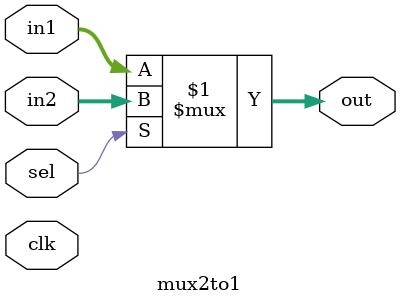
<source format=v>
module mux2to1 (clk, in1, in2, sel, out);
  input clk;
  
  input [15:0] in1;
  input [15:0] in2;
  input sel;
  
  output [15:0] out;
  
  assign out = (sel) ? in2 : in1;
  
endmodule

</source>
